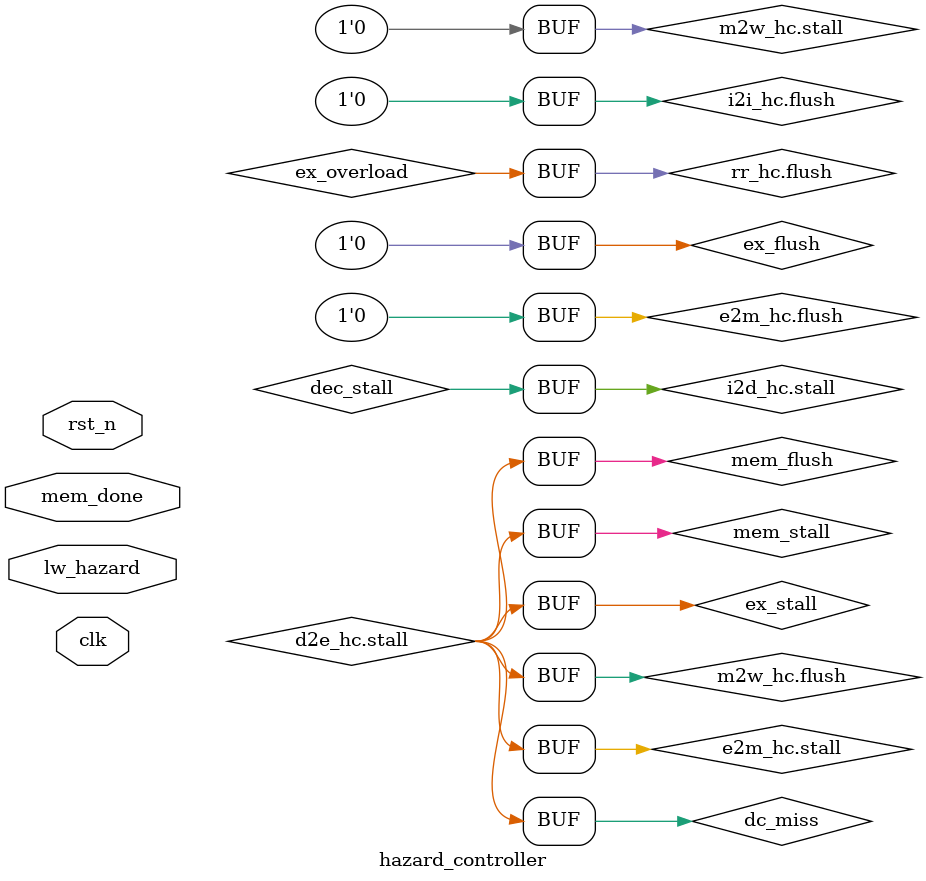
<source format=sv>
/*
 * hazard_controller.sv
 * Author: Zinsser Zhang
 * Last Revision: 03/13/2022
 *
 * hazard_controller collects feedbacks from each stage and detect whether there
 * are hazards in the pipeline. If so, it generate control signals to stall or
 * flush each stage. It also contains a branch_controller, which talks to
 * a branch predictor to make a prediction when a branch instruction is decoded.
 *
 * It also contains simulation only logic to report hazard conditions to C++
 * code for execution statistics collection.
 *
 * See wiki page "Hazards" for details.
 * See wiki page "Branch and Jump" for details of branch and jump instructions.
 */
`include "mips_core.svh"
`include "mips_core/RegRenameOoO/register_renaming.sv"

`ifdef SIMULATION
import "DPI-C" function void stats_event (input string e);
`endif

module hazard_controller (
    input clk,    // Clock
    input rst_n,  // Synchronous reset active low

    // Feedback from IF
    cache_output_ifc.in if_i_cache_output,
    // Feedback from DEC
    pc_ifc.in dec_pc,
    branch_decoded_ifc.hazard dec_branch_decoded,
    // Feedback from EX
    pc_ifc.in ex_pc,
    input lw_hazard,
    branch_result_ifc.in ex_branch_result,
    // Feedback from MEM
    input mem_done,

    // Hazard control output
    hazard_control_ifc.out i2i_hc,
    hazard_control_ifc.out i2d_hc,
    hazard_control_ifc.out d2e_hc,
    hazard_control_ifc.out e2m_hc,
    hazard_control_ifc.out m2w_hc,
    hazard_control_ifc.out rr_hc,

    // Load pc output
    load_pc_ifc.out load_pc

    //input logic [`ADDR_WIDTH - 1 : 0] branch_stack_recovery
);

    branch_controller BRANCH_CONTROLLER (
        .clk, .rst_n,
        .dec_pc,
        .dec_branch_decoded,
        .ex_pc,
        .ex_branch_result
    );

    // We have total 6 potential hazards
    logic ic_miss;          // I cache miss
    logic ds_miss;          // Delay slot miss
    logic dec_overload;     // Branch predict taken or Jump
    logic ex_overload;      // Branch prediction wrong
    //    lw_hazard;        // Load word hazard (input from forward unit)
    logic dc_miss;          // D cache miss

    // Determine if we have these hazards
    always_comb
    begin
        ic_miss = ~if_i_cache_output.valid;
        ds_miss = ic_miss & dec_branch_decoded.valid;
        dec_overload = dec_branch_decoded.valid
            & (dec_branch_decoded.is_jump
                | (dec_branch_decoded.prediction == TAKEN));
        ex_overload = ex_branch_result.valid
            & (ex_branch_result.prediction != ex_branch_result.outcome);
        // lw_hazard is determined by forward unit.
        dc_miss = ~mem_done;
    end

    // Control signals
    logic if_stall, if_flush;
    logic dec_stall, dec_flush;
    logic ex_stall, ex_flush;
    logic mem_stall, mem_flush;
    // wb doesn't need to be stalled or flushed
    // i.e. any data goes to wb is finalized and waiting to be commited

    /*
     * Now let's go over the solution of all hazards
     * ic_miss:
     *     if_stall, if_flush
     * ds_miss:
     *     dec_stall, dec_flush (if_stall and if_flush handled by ic_miss)
     * dec_overload:
     *     load_pc
     * ex_overload:
     *     load_pc, ~if_stall, if_flush
     * lw_hazard:
     *     dec_stall, dec_flush
     * dc_miss:
     *     mem_stall, mem_flush
     *
     * The only conflict here is between ic_miss and ex_overload.
     * ex_overload should have higher priority than ic_miss. Because i cache
     * does not register missed request, it's totally fine to directly overload
     * the pc value.
     *
     * In addition to above hazards, each stage should also stall if its
     * downstream stage stalls (e.g., when mem stalls, if & dec & ex should all
     * stall). This has the highest priority.
     */

    always_comb
    begin : handle_if
        if_stall = 1'b0;
        if_flush = 1'b0;

        if (ic_miss)
        begin
            if_stall = 1'b1;
            if_flush = 1'b1;
        end

        if (ex_overload)
        begin
            if_stall = 1'b0;
            if_flush = 1'b1;
        end

        if (dec_stall)
            if_stall = 1'b1;
    end

    always_comb
    begin : handle_dec
        dec_stall = 1'b0;
        dec_flush = 1'b0;

        if (ds_miss | lw_hazard)
        begin
            dec_stall = 1'b1;
            dec_flush = 1'b1;
        end

        if (ex_stall)
            dec_stall = 1'b1;
        end

    always_comb
    begin : handle_ex
        ex_stall = mem_stall;
        ex_flush = 1'b0;
    end

    always_comb
    begin : handle_mem
        mem_stall = dc_miss;
        mem_flush = dc_miss;
    end

    // Now distribute the control signals to each pipeline registers
    always_comb
    begin
        i2i_hc.flush = 1'b0;
        i2i_hc.stall = if_stall;
        i2d_hc.flush = if_flush;
        i2d_hc.stall = dec_stall;
        d2e_hc.flush = dec_flush;
        d2e_hc.stall = ex_stall;
        e2m_hc.flush = ex_flush;
        e2m_hc.stall = mem_stall;
        m2w_hc.flush = mem_flush;
        m2w_hc.stall = 1'b0;

        rr_hc.stall = lw_hazard | ex_overload;
        rr_hc.flush = ex_overload;
    end

    // Derive the load_pc
    always_comb
    begin
        load_pc.we = dec_overload | ex_overload;
        if (dec_overload)
            load_pc.new_pc = dec_branch_decoded.target;
        else
            load_pc.new_pc = ex_branch_result.recovery_target;
    end

`ifdef SIMULATION
    always_ff @(posedge clk)
    begin
        if (ic_miss) stats_event("ic_miss");
        if (ds_miss) stats_event("ds_miss");
        if (dec_overload) stats_event("dec_overload");
        if (ex_overload) stats_event("ex_overload");
        if (lw_hazard) stats_event("lw_hazard");
        if (dc_miss) stats_event("dc_miss");
        if (if_stall) stats_event("if_stall");
        if (if_flush) stats_event("if_flush");
        if (dec_stall) stats_event("dec_stall");
        if (dec_flush) stats_event("dec_flush");
        if (ex_stall) stats_event("ex_stall");
        if (ex_flush) stats_event("ex_flush");
        if (mem_stall) stats_event("mem_stall");
        if (mem_flush) stats_event("mem_flush");
    end
`endif


endmodule

</source>
